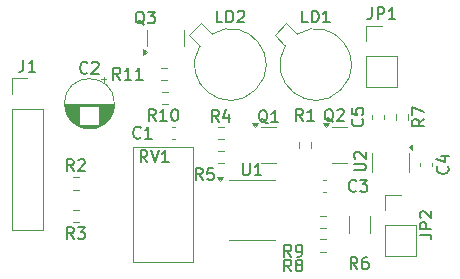
<source format=gbr>
%TF.GenerationSoftware,KiCad,Pcbnew,8.0.8*%
%TF.CreationDate,2025-02-06T15:12:14+01:00*%
%TF.ProjectId,mini-laser-driver,6d696e69-2d6c-4617-9365-722d64726976,rev?*%
%TF.SameCoordinates,Original*%
%TF.FileFunction,Legend,Top*%
%TF.FilePolarity,Positive*%
%FSLAX46Y46*%
G04 Gerber Fmt 4.6, Leading zero omitted, Abs format (unit mm)*
G04 Created by KiCad (PCBNEW 8.0.8) date 2025-02-06 15:12:14*
%MOMM*%
%LPD*%
G01*
G04 APERTURE LIST*
%ADD10C,0.150000*%
%ADD11C,0.120000*%
G04 APERTURE END LIST*
D10*
X610666666Y-33799819D02*
X610666666Y-34514104D01*
X610666666Y-34514104D02*
X610619047Y-34656961D01*
X610619047Y-34656961D02*
X610523809Y-34752200D01*
X610523809Y-34752200D02*
X610380952Y-34799819D01*
X610380952Y-34799819D02*
X610285714Y-34799819D01*
X611666666Y-34799819D02*
X611095238Y-34799819D01*
X611380952Y-34799819D02*
X611380952Y-33799819D01*
X611380952Y-33799819D02*
X611285714Y-33942676D01*
X611285714Y-33942676D02*
X611190476Y-34037914D01*
X611190476Y-34037914D02*
X611095238Y-34085533D01*
X614920833Y-48954819D02*
X614587500Y-48478628D01*
X614349405Y-48954819D02*
X614349405Y-47954819D01*
X614349405Y-47954819D02*
X614730357Y-47954819D01*
X614730357Y-47954819D02*
X614825595Y-48002438D01*
X614825595Y-48002438D02*
X614873214Y-48050057D01*
X614873214Y-48050057D02*
X614920833Y-48145295D01*
X614920833Y-48145295D02*
X614920833Y-48288152D01*
X614920833Y-48288152D02*
X614873214Y-48383390D01*
X614873214Y-48383390D02*
X614825595Y-48431009D01*
X614825595Y-48431009D02*
X614730357Y-48478628D01*
X614730357Y-48478628D02*
X614349405Y-48478628D01*
X615254167Y-47954819D02*
X615873214Y-47954819D01*
X615873214Y-47954819D02*
X615539881Y-48335771D01*
X615539881Y-48335771D02*
X615682738Y-48335771D01*
X615682738Y-48335771D02*
X615777976Y-48383390D01*
X615777976Y-48383390D02*
X615825595Y-48431009D01*
X615825595Y-48431009D02*
X615873214Y-48526247D01*
X615873214Y-48526247D02*
X615873214Y-48764342D01*
X615873214Y-48764342D02*
X615825595Y-48859580D01*
X615825595Y-48859580D02*
X615777976Y-48907200D01*
X615777976Y-48907200D02*
X615682738Y-48954819D01*
X615682738Y-48954819D02*
X615397024Y-48954819D01*
X615397024Y-48954819D02*
X615301786Y-48907200D01*
X615301786Y-48907200D02*
X615254167Y-48859580D01*
X638933333Y-51504819D02*
X638600000Y-51028628D01*
X638361905Y-51504819D02*
X638361905Y-50504819D01*
X638361905Y-50504819D02*
X638742857Y-50504819D01*
X638742857Y-50504819D02*
X638838095Y-50552438D01*
X638838095Y-50552438D02*
X638885714Y-50600057D01*
X638885714Y-50600057D02*
X638933333Y-50695295D01*
X638933333Y-50695295D02*
X638933333Y-50838152D01*
X638933333Y-50838152D02*
X638885714Y-50933390D01*
X638885714Y-50933390D02*
X638838095Y-50981009D01*
X638838095Y-50981009D02*
X638742857Y-51028628D01*
X638742857Y-51028628D02*
X638361905Y-51028628D01*
X639790476Y-50504819D02*
X639600000Y-50504819D01*
X639600000Y-50504819D02*
X639504762Y-50552438D01*
X639504762Y-50552438D02*
X639457143Y-50600057D01*
X639457143Y-50600057D02*
X639361905Y-50742914D01*
X639361905Y-50742914D02*
X639314286Y-50933390D01*
X639314286Y-50933390D02*
X639314286Y-51314342D01*
X639314286Y-51314342D02*
X639361905Y-51409580D01*
X639361905Y-51409580D02*
X639409524Y-51457200D01*
X639409524Y-51457200D02*
X639504762Y-51504819D01*
X639504762Y-51504819D02*
X639695238Y-51504819D01*
X639695238Y-51504819D02*
X639790476Y-51457200D01*
X639790476Y-51457200D02*
X639838095Y-51409580D01*
X639838095Y-51409580D02*
X639885714Y-51314342D01*
X639885714Y-51314342D02*
X639885714Y-51076247D01*
X639885714Y-51076247D02*
X639838095Y-50981009D01*
X639838095Y-50981009D02*
X639790476Y-50933390D01*
X639790476Y-50933390D02*
X639695238Y-50885771D01*
X639695238Y-50885771D02*
X639504762Y-50885771D01*
X639504762Y-50885771D02*
X639409524Y-50933390D01*
X639409524Y-50933390D02*
X639361905Y-50981009D01*
X639361905Y-50981009D02*
X639314286Y-51076247D01*
X621857142Y-38954819D02*
X621523809Y-38478628D01*
X621285714Y-38954819D02*
X621285714Y-37954819D01*
X621285714Y-37954819D02*
X621666666Y-37954819D01*
X621666666Y-37954819D02*
X621761904Y-38002438D01*
X621761904Y-38002438D02*
X621809523Y-38050057D01*
X621809523Y-38050057D02*
X621857142Y-38145295D01*
X621857142Y-38145295D02*
X621857142Y-38288152D01*
X621857142Y-38288152D02*
X621809523Y-38383390D01*
X621809523Y-38383390D02*
X621761904Y-38431009D01*
X621761904Y-38431009D02*
X621666666Y-38478628D01*
X621666666Y-38478628D02*
X621285714Y-38478628D01*
X622809523Y-38954819D02*
X622238095Y-38954819D01*
X622523809Y-38954819D02*
X622523809Y-37954819D01*
X622523809Y-37954819D02*
X622428571Y-38097676D01*
X622428571Y-38097676D02*
X622333333Y-38192914D01*
X622333333Y-38192914D02*
X622238095Y-38240533D01*
X623428571Y-37954819D02*
X623523809Y-37954819D01*
X623523809Y-37954819D02*
X623619047Y-38002438D01*
X623619047Y-38002438D02*
X623666666Y-38050057D01*
X623666666Y-38050057D02*
X623714285Y-38145295D01*
X623714285Y-38145295D02*
X623761904Y-38335771D01*
X623761904Y-38335771D02*
X623761904Y-38573866D01*
X623761904Y-38573866D02*
X623714285Y-38764342D01*
X623714285Y-38764342D02*
X623666666Y-38859580D01*
X623666666Y-38859580D02*
X623619047Y-38907200D01*
X623619047Y-38907200D02*
X623523809Y-38954819D01*
X623523809Y-38954819D02*
X623428571Y-38954819D01*
X623428571Y-38954819D02*
X623333333Y-38907200D01*
X623333333Y-38907200D02*
X623285714Y-38859580D01*
X623285714Y-38859580D02*
X623238095Y-38764342D01*
X623238095Y-38764342D02*
X623190476Y-38573866D01*
X623190476Y-38573866D02*
X623190476Y-38335771D01*
X623190476Y-38335771D02*
X623238095Y-38145295D01*
X623238095Y-38145295D02*
X623285714Y-38050057D01*
X623285714Y-38050057D02*
X623333333Y-38002438D01*
X623333333Y-38002438D02*
X623428571Y-37954819D01*
X618857142Y-35454819D02*
X618523809Y-34978628D01*
X618285714Y-35454819D02*
X618285714Y-34454819D01*
X618285714Y-34454819D02*
X618666666Y-34454819D01*
X618666666Y-34454819D02*
X618761904Y-34502438D01*
X618761904Y-34502438D02*
X618809523Y-34550057D01*
X618809523Y-34550057D02*
X618857142Y-34645295D01*
X618857142Y-34645295D02*
X618857142Y-34788152D01*
X618857142Y-34788152D02*
X618809523Y-34883390D01*
X618809523Y-34883390D02*
X618761904Y-34931009D01*
X618761904Y-34931009D02*
X618666666Y-34978628D01*
X618666666Y-34978628D02*
X618285714Y-34978628D01*
X619809523Y-35454819D02*
X619238095Y-35454819D01*
X619523809Y-35454819D02*
X619523809Y-34454819D01*
X619523809Y-34454819D02*
X619428571Y-34597676D01*
X619428571Y-34597676D02*
X619333333Y-34692914D01*
X619333333Y-34692914D02*
X619238095Y-34740533D01*
X620761904Y-35454819D02*
X620190476Y-35454819D01*
X620476190Y-35454819D02*
X620476190Y-34454819D01*
X620476190Y-34454819D02*
X620380952Y-34597676D01*
X620380952Y-34597676D02*
X620285714Y-34692914D01*
X620285714Y-34692914D02*
X620190476Y-34740533D01*
X616083333Y-34859580D02*
X616035714Y-34907200D01*
X616035714Y-34907200D02*
X615892857Y-34954819D01*
X615892857Y-34954819D02*
X615797619Y-34954819D01*
X615797619Y-34954819D02*
X615654762Y-34907200D01*
X615654762Y-34907200D02*
X615559524Y-34811961D01*
X615559524Y-34811961D02*
X615511905Y-34716723D01*
X615511905Y-34716723D02*
X615464286Y-34526247D01*
X615464286Y-34526247D02*
X615464286Y-34383390D01*
X615464286Y-34383390D02*
X615511905Y-34192914D01*
X615511905Y-34192914D02*
X615559524Y-34097676D01*
X615559524Y-34097676D02*
X615654762Y-34002438D01*
X615654762Y-34002438D02*
X615797619Y-33954819D01*
X615797619Y-33954819D02*
X615892857Y-33954819D01*
X615892857Y-33954819D02*
X616035714Y-34002438D01*
X616035714Y-34002438D02*
X616083333Y-34050057D01*
X616464286Y-34050057D02*
X616511905Y-34002438D01*
X616511905Y-34002438D02*
X616607143Y-33954819D01*
X616607143Y-33954819D02*
X616845238Y-33954819D01*
X616845238Y-33954819D02*
X616940476Y-34002438D01*
X616940476Y-34002438D02*
X616988095Y-34050057D01*
X616988095Y-34050057D02*
X617035714Y-34145295D01*
X617035714Y-34145295D02*
X617035714Y-34240533D01*
X617035714Y-34240533D02*
X616988095Y-34383390D01*
X616988095Y-34383390D02*
X616416667Y-34954819D01*
X616416667Y-34954819D02*
X617035714Y-34954819D01*
X625833333Y-43954819D02*
X625500000Y-43478628D01*
X625261905Y-43954819D02*
X625261905Y-42954819D01*
X625261905Y-42954819D02*
X625642857Y-42954819D01*
X625642857Y-42954819D02*
X625738095Y-43002438D01*
X625738095Y-43002438D02*
X625785714Y-43050057D01*
X625785714Y-43050057D02*
X625833333Y-43145295D01*
X625833333Y-43145295D02*
X625833333Y-43288152D01*
X625833333Y-43288152D02*
X625785714Y-43383390D01*
X625785714Y-43383390D02*
X625738095Y-43431009D01*
X625738095Y-43431009D02*
X625642857Y-43478628D01*
X625642857Y-43478628D02*
X625261905Y-43478628D01*
X626738095Y-42954819D02*
X626261905Y-42954819D01*
X626261905Y-42954819D02*
X626214286Y-43431009D01*
X626214286Y-43431009D02*
X626261905Y-43383390D01*
X626261905Y-43383390D02*
X626357143Y-43335771D01*
X626357143Y-43335771D02*
X626595238Y-43335771D01*
X626595238Y-43335771D02*
X626690476Y-43383390D01*
X626690476Y-43383390D02*
X626738095Y-43431009D01*
X626738095Y-43431009D02*
X626785714Y-43526247D01*
X626785714Y-43526247D02*
X626785714Y-43764342D01*
X626785714Y-43764342D02*
X626738095Y-43859580D01*
X626738095Y-43859580D02*
X626690476Y-43907200D01*
X626690476Y-43907200D02*
X626595238Y-43954819D01*
X626595238Y-43954819D02*
X626357143Y-43954819D01*
X626357143Y-43954819D02*
X626261905Y-43907200D01*
X626261905Y-43907200D02*
X626214286Y-43859580D01*
X638833333Y-44859580D02*
X638785714Y-44907200D01*
X638785714Y-44907200D02*
X638642857Y-44954819D01*
X638642857Y-44954819D02*
X638547619Y-44954819D01*
X638547619Y-44954819D02*
X638404762Y-44907200D01*
X638404762Y-44907200D02*
X638309524Y-44811961D01*
X638309524Y-44811961D02*
X638261905Y-44716723D01*
X638261905Y-44716723D02*
X638214286Y-44526247D01*
X638214286Y-44526247D02*
X638214286Y-44383390D01*
X638214286Y-44383390D02*
X638261905Y-44192914D01*
X638261905Y-44192914D02*
X638309524Y-44097676D01*
X638309524Y-44097676D02*
X638404762Y-44002438D01*
X638404762Y-44002438D02*
X638547619Y-43954819D01*
X638547619Y-43954819D02*
X638642857Y-43954819D01*
X638642857Y-43954819D02*
X638785714Y-44002438D01*
X638785714Y-44002438D02*
X638833333Y-44050057D01*
X639166667Y-43954819D02*
X639785714Y-43954819D01*
X639785714Y-43954819D02*
X639452381Y-44335771D01*
X639452381Y-44335771D02*
X639595238Y-44335771D01*
X639595238Y-44335771D02*
X639690476Y-44383390D01*
X639690476Y-44383390D02*
X639738095Y-44431009D01*
X639738095Y-44431009D02*
X639785714Y-44526247D01*
X639785714Y-44526247D02*
X639785714Y-44764342D01*
X639785714Y-44764342D02*
X639738095Y-44859580D01*
X639738095Y-44859580D02*
X639690476Y-44907200D01*
X639690476Y-44907200D02*
X639595238Y-44954819D01*
X639595238Y-44954819D02*
X639309524Y-44954819D01*
X639309524Y-44954819D02*
X639214286Y-44907200D01*
X639214286Y-44907200D02*
X639166667Y-44859580D01*
X646569580Y-42804166D02*
X646617200Y-42851785D01*
X646617200Y-42851785D02*
X646664819Y-42994642D01*
X646664819Y-42994642D02*
X646664819Y-43089880D01*
X646664819Y-43089880D02*
X646617200Y-43232737D01*
X646617200Y-43232737D02*
X646521961Y-43327975D01*
X646521961Y-43327975D02*
X646426723Y-43375594D01*
X646426723Y-43375594D02*
X646236247Y-43423213D01*
X646236247Y-43423213D02*
X646093390Y-43423213D01*
X646093390Y-43423213D02*
X645902914Y-43375594D01*
X645902914Y-43375594D02*
X645807676Y-43327975D01*
X645807676Y-43327975D02*
X645712438Y-43232737D01*
X645712438Y-43232737D02*
X645664819Y-43089880D01*
X645664819Y-43089880D02*
X645664819Y-42994642D01*
X645664819Y-42994642D02*
X645712438Y-42851785D01*
X645712438Y-42851785D02*
X645760057Y-42804166D01*
X645998152Y-41947023D02*
X646664819Y-41947023D01*
X645617200Y-42185118D02*
X646331485Y-42423213D01*
X646331485Y-42423213D02*
X646331485Y-41804166D01*
X638664819Y-43149404D02*
X639474342Y-43149404D01*
X639474342Y-43149404D02*
X639569580Y-43101785D01*
X639569580Y-43101785D02*
X639617200Y-43054166D01*
X639617200Y-43054166D02*
X639664819Y-42958928D01*
X639664819Y-42958928D02*
X639664819Y-42768452D01*
X639664819Y-42768452D02*
X639617200Y-42673214D01*
X639617200Y-42673214D02*
X639569580Y-42625595D01*
X639569580Y-42625595D02*
X639474342Y-42577976D01*
X639474342Y-42577976D02*
X638664819Y-42577976D01*
X638760057Y-42149404D02*
X638712438Y-42101785D01*
X638712438Y-42101785D02*
X638664819Y-42006547D01*
X638664819Y-42006547D02*
X638664819Y-41768452D01*
X638664819Y-41768452D02*
X638712438Y-41673214D01*
X638712438Y-41673214D02*
X638760057Y-41625595D01*
X638760057Y-41625595D02*
X638855295Y-41577976D01*
X638855295Y-41577976D02*
X638950533Y-41577976D01*
X638950533Y-41577976D02*
X639093390Y-41625595D01*
X639093390Y-41625595D02*
X639664819Y-42197023D01*
X639664819Y-42197023D02*
X639664819Y-41577976D01*
X627195833Y-39024819D02*
X626862500Y-38548628D01*
X626624405Y-39024819D02*
X626624405Y-38024819D01*
X626624405Y-38024819D02*
X627005357Y-38024819D01*
X627005357Y-38024819D02*
X627100595Y-38072438D01*
X627100595Y-38072438D02*
X627148214Y-38120057D01*
X627148214Y-38120057D02*
X627195833Y-38215295D01*
X627195833Y-38215295D02*
X627195833Y-38358152D01*
X627195833Y-38358152D02*
X627148214Y-38453390D01*
X627148214Y-38453390D02*
X627100595Y-38501009D01*
X627100595Y-38501009D02*
X627005357Y-38548628D01*
X627005357Y-38548628D02*
X626624405Y-38548628D01*
X628052976Y-38358152D02*
X628052976Y-39024819D01*
X627814881Y-37977200D02*
X627576786Y-38691485D01*
X627576786Y-38691485D02*
X628195833Y-38691485D01*
X633333333Y-51704819D02*
X633000000Y-51228628D01*
X632761905Y-51704819D02*
X632761905Y-50704819D01*
X632761905Y-50704819D02*
X633142857Y-50704819D01*
X633142857Y-50704819D02*
X633238095Y-50752438D01*
X633238095Y-50752438D02*
X633285714Y-50800057D01*
X633285714Y-50800057D02*
X633333333Y-50895295D01*
X633333333Y-50895295D02*
X633333333Y-51038152D01*
X633333333Y-51038152D02*
X633285714Y-51133390D01*
X633285714Y-51133390D02*
X633238095Y-51181009D01*
X633238095Y-51181009D02*
X633142857Y-51228628D01*
X633142857Y-51228628D02*
X632761905Y-51228628D01*
X633904762Y-51133390D02*
X633809524Y-51085771D01*
X633809524Y-51085771D02*
X633761905Y-51038152D01*
X633761905Y-51038152D02*
X633714286Y-50942914D01*
X633714286Y-50942914D02*
X633714286Y-50895295D01*
X633714286Y-50895295D02*
X633761905Y-50800057D01*
X633761905Y-50800057D02*
X633809524Y-50752438D01*
X633809524Y-50752438D02*
X633904762Y-50704819D01*
X633904762Y-50704819D02*
X634095238Y-50704819D01*
X634095238Y-50704819D02*
X634190476Y-50752438D01*
X634190476Y-50752438D02*
X634238095Y-50800057D01*
X634238095Y-50800057D02*
X634285714Y-50895295D01*
X634285714Y-50895295D02*
X634285714Y-50942914D01*
X634285714Y-50942914D02*
X634238095Y-51038152D01*
X634238095Y-51038152D02*
X634190476Y-51085771D01*
X634190476Y-51085771D02*
X634095238Y-51133390D01*
X634095238Y-51133390D02*
X633904762Y-51133390D01*
X633904762Y-51133390D02*
X633809524Y-51181009D01*
X633809524Y-51181009D02*
X633761905Y-51228628D01*
X633761905Y-51228628D02*
X633714286Y-51323866D01*
X633714286Y-51323866D02*
X633714286Y-51514342D01*
X633714286Y-51514342D02*
X633761905Y-51609580D01*
X633761905Y-51609580D02*
X633809524Y-51657200D01*
X633809524Y-51657200D02*
X633904762Y-51704819D01*
X633904762Y-51704819D02*
X634095238Y-51704819D01*
X634095238Y-51704819D02*
X634190476Y-51657200D01*
X634190476Y-51657200D02*
X634238095Y-51609580D01*
X634238095Y-51609580D02*
X634285714Y-51514342D01*
X634285714Y-51514342D02*
X634285714Y-51323866D01*
X634285714Y-51323866D02*
X634238095Y-51228628D01*
X634238095Y-51228628D02*
X634190476Y-51181009D01*
X634190476Y-51181009D02*
X634095238Y-51133390D01*
X636904761Y-39050057D02*
X636809523Y-39002438D01*
X636809523Y-39002438D02*
X636714285Y-38907200D01*
X636714285Y-38907200D02*
X636571428Y-38764342D01*
X636571428Y-38764342D02*
X636476190Y-38716723D01*
X636476190Y-38716723D02*
X636380952Y-38716723D01*
X636428571Y-38954819D02*
X636333333Y-38907200D01*
X636333333Y-38907200D02*
X636238095Y-38811961D01*
X636238095Y-38811961D02*
X636190476Y-38621485D01*
X636190476Y-38621485D02*
X636190476Y-38288152D01*
X636190476Y-38288152D02*
X636238095Y-38097676D01*
X636238095Y-38097676D02*
X636333333Y-38002438D01*
X636333333Y-38002438D02*
X636428571Y-37954819D01*
X636428571Y-37954819D02*
X636619047Y-37954819D01*
X636619047Y-37954819D02*
X636714285Y-38002438D01*
X636714285Y-38002438D02*
X636809523Y-38097676D01*
X636809523Y-38097676D02*
X636857142Y-38288152D01*
X636857142Y-38288152D02*
X636857142Y-38621485D01*
X636857142Y-38621485D02*
X636809523Y-38811961D01*
X636809523Y-38811961D02*
X636714285Y-38907200D01*
X636714285Y-38907200D02*
X636619047Y-38954819D01*
X636619047Y-38954819D02*
X636428571Y-38954819D01*
X637238095Y-38050057D02*
X637285714Y-38002438D01*
X637285714Y-38002438D02*
X637380952Y-37954819D01*
X637380952Y-37954819D02*
X637619047Y-37954819D01*
X637619047Y-37954819D02*
X637714285Y-38002438D01*
X637714285Y-38002438D02*
X637761904Y-38050057D01*
X637761904Y-38050057D02*
X637809523Y-38145295D01*
X637809523Y-38145295D02*
X637809523Y-38240533D01*
X637809523Y-38240533D02*
X637761904Y-38383390D01*
X637761904Y-38383390D02*
X637190476Y-38954819D01*
X637190476Y-38954819D02*
X637809523Y-38954819D01*
X644594819Y-38804166D02*
X644118628Y-39137499D01*
X644594819Y-39375594D02*
X643594819Y-39375594D01*
X643594819Y-39375594D02*
X643594819Y-38994642D01*
X643594819Y-38994642D02*
X643642438Y-38899404D01*
X643642438Y-38899404D02*
X643690057Y-38851785D01*
X643690057Y-38851785D02*
X643785295Y-38804166D01*
X643785295Y-38804166D02*
X643928152Y-38804166D01*
X643928152Y-38804166D02*
X644023390Y-38851785D01*
X644023390Y-38851785D02*
X644071009Y-38899404D01*
X644071009Y-38899404D02*
X644118628Y-38994642D01*
X644118628Y-38994642D02*
X644118628Y-39375594D01*
X643594819Y-38470832D02*
X643594819Y-37804166D01*
X643594819Y-37804166D02*
X644594819Y-38232737D01*
X614920833Y-43204819D02*
X614587500Y-42728628D01*
X614349405Y-43204819D02*
X614349405Y-42204819D01*
X614349405Y-42204819D02*
X614730357Y-42204819D01*
X614730357Y-42204819D02*
X614825595Y-42252438D01*
X614825595Y-42252438D02*
X614873214Y-42300057D01*
X614873214Y-42300057D02*
X614920833Y-42395295D01*
X614920833Y-42395295D02*
X614920833Y-42538152D01*
X614920833Y-42538152D02*
X614873214Y-42633390D01*
X614873214Y-42633390D02*
X614825595Y-42681009D01*
X614825595Y-42681009D02*
X614730357Y-42728628D01*
X614730357Y-42728628D02*
X614349405Y-42728628D01*
X615301786Y-42300057D02*
X615349405Y-42252438D01*
X615349405Y-42252438D02*
X615444643Y-42204819D01*
X615444643Y-42204819D02*
X615682738Y-42204819D01*
X615682738Y-42204819D02*
X615777976Y-42252438D01*
X615777976Y-42252438D02*
X615825595Y-42300057D01*
X615825595Y-42300057D02*
X615873214Y-42395295D01*
X615873214Y-42395295D02*
X615873214Y-42490533D01*
X615873214Y-42490533D02*
X615825595Y-42633390D01*
X615825595Y-42633390D02*
X615254167Y-43204819D01*
X615254167Y-43204819D02*
X615873214Y-43204819D01*
X634748057Y-30619543D02*
X634271867Y-30619543D01*
X634271867Y-30619543D02*
X634271867Y-29619543D01*
X635081391Y-30619543D02*
X635081391Y-29619543D01*
X635081391Y-29619543D02*
X635319486Y-29619543D01*
X635319486Y-29619543D02*
X635462343Y-29667162D01*
X635462343Y-29667162D02*
X635557581Y-29762400D01*
X635557581Y-29762400D02*
X635605200Y-29857638D01*
X635605200Y-29857638D02*
X635652819Y-30048114D01*
X635652819Y-30048114D02*
X635652819Y-30190971D01*
X635652819Y-30190971D02*
X635605200Y-30381447D01*
X635605200Y-30381447D02*
X635557581Y-30476685D01*
X635557581Y-30476685D02*
X635462343Y-30571924D01*
X635462343Y-30571924D02*
X635319486Y-30619543D01*
X635319486Y-30619543D02*
X635081391Y-30619543D01*
X636605200Y-30619543D02*
X636033772Y-30619543D01*
X636319486Y-30619543D02*
X636319486Y-29619543D01*
X636319486Y-29619543D02*
X636224248Y-29762400D01*
X636224248Y-29762400D02*
X636129010Y-29857638D01*
X636129010Y-29857638D02*
X636033772Y-29905257D01*
X631329761Y-39150057D02*
X631234523Y-39102438D01*
X631234523Y-39102438D02*
X631139285Y-39007200D01*
X631139285Y-39007200D02*
X630996428Y-38864342D01*
X630996428Y-38864342D02*
X630901190Y-38816723D01*
X630901190Y-38816723D02*
X630805952Y-38816723D01*
X630853571Y-39054819D02*
X630758333Y-39007200D01*
X630758333Y-39007200D02*
X630663095Y-38911961D01*
X630663095Y-38911961D02*
X630615476Y-38721485D01*
X630615476Y-38721485D02*
X630615476Y-38388152D01*
X630615476Y-38388152D02*
X630663095Y-38197676D01*
X630663095Y-38197676D02*
X630758333Y-38102438D01*
X630758333Y-38102438D02*
X630853571Y-38054819D01*
X630853571Y-38054819D02*
X631044047Y-38054819D01*
X631044047Y-38054819D02*
X631139285Y-38102438D01*
X631139285Y-38102438D02*
X631234523Y-38197676D01*
X631234523Y-38197676D02*
X631282142Y-38388152D01*
X631282142Y-38388152D02*
X631282142Y-38721485D01*
X631282142Y-38721485D02*
X631234523Y-38911961D01*
X631234523Y-38911961D02*
X631139285Y-39007200D01*
X631139285Y-39007200D02*
X631044047Y-39054819D01*
X631044047Y-39054819D02*
X630853571Y-39054819D01*
X632234523Y-39054819D02*
X631663095Y-39054819D01*
X631948809Y-39054819D02*
X631948809Y-38054819D01*
X631948809Y-38054819D02*
X631853571Y-38197676D01*
X631853571Y-38197676D02*
X631758333Y-38292914D01*
X631758333Y-38292914D02*
X631663095Y-38340533D01*
X640166666Y-29349819D02*
X640166666Y-30064104D01*
X640166666Y-30064104D02*
X640119047Y-30206961D01*
X640119047Y-30206961D02*
X640023809Y-30302200D01*
X640023809Y-30302200D02*
X639880952Y-30349819D01*
X639880952Y-30349819D02*
X639785714Y-30349819D01*
X640642857Y-30349819D02*
X640642857Y-29349819D01*
X640642857Y-29349819D02*
X641023809Y-29349819D01*
X641023809Y-29349819D02*
X641119047Y-29397438D01*
X641119047Y-29397438D02*
X641166666Y-29445057D01*
X641166666Y-29445057D02*
X641214285Y-29540295D01*
X641214285Y-29540295D02*
X641214285Y-29683152D01*
X641214285Y-29683152D02*
X641166666Y-29778390D01*
X641166666Y-29778390D02*
X641119047Y-29826009D01*
X641119047Y-29826009D02*
X641023809Y-29873628D01*
X641023809Y-29873628D02*
X640642857Y-29873628D01*
X642166666Y-30349819D02*
X641595238Y-30349819D01*
X641880952Y-30349819D02*
X641880952Y-29349819D01*
X641880952Y-29349819D02*
X641785714Y-29492676D01*
X641785714Y-29492676D02*
X641690476Y-29587914D01*
X641690476Y-29587914D02*
X641595238Y-29635533D01*
X620904761Y-30800057D02*
X620809523Y-30752438D01*
X620809523Y-30752438D02*
X620714285Y-30657200D01*
X620714285Y-30657200D02*
X620571428Y-30514342D01*
X620571428Y-30514342D02*
X620476190Y-30466723D01*
X620476190Y-30466723D02*
X620380952Y-30466723D01*
X620428571Y-30704819D02*
X620333333Y-30657200D01*
X620333333Y-30657200D02*
X620238095Y-30561961D01*
X620238095Y-30561961D02*
X620190476Y-30371485D01*
X620190476Y-30371485D02*
X620190476Y-30038152D01*
X620190476Y-30038152D02*
X620238095Y-29847676D01*
X620238095Y-29847676D02*
X620333333Y-29752438D01*
X620333333Y-29752438D02*
X620428571Y-29704819D01*
X620428571Y-29704819D02*
X620619047Y-29704819D01*
X620619047Y-29704819D02*
X620714285Y-29752438D01*
X620714285Y-29752438D02*
X620809523Y-29847676D01*
X620809523Y-29847676D02*
X620857142Y-30038152D01*
X620857142Y-30038152D02*
X620857142Y-30371485D01*
X620857142Y-30371485D02*
X620809523Y-30561961D01*
X620809523Y-30561961D02*
X620714285Y-30657200D01*
X620714285Y-30657200D02*
X620619047Y-30704819D01*
X620619047Y-30704819D02*
X620428571Y-30704819D01*
X621190476Y-29704819D02*
X621809523Y-29704819D01*
X621809523Y-29704819D02*
X621476190Y-30085771D01*
X621476190Y-30085771D02*
X621619047Y-30085771D01*
X621619047Y-30085771D02*
X621714285Y-30133390D01*
X621714285Y-30133390D02*
X621761904Y-30181009D01*
X621761904Y-30181009D02*
X621809523Y-30276247D01*
X621809523Y-30276247D02*
X621809523Y-30514342D01*
X621809523Y-30514342D02*
X621761904Y-30609580D01*
X621761904Y-30609580D02*
X621714285Y-30657200D01*
X621714285Y-30657200D02*
X621619047Y-30704819D01*
X621619047Y-30704819D02*
X621333333Y-30704819D01*
X621333333Y-30704819D02*
X621238095Y-30657200D01*
X621238095Y-30657200D02*
X621190476Y-30609580D01*
X634333333Y-38954819D02*
X634000000Y-38478628D01*
X633761905Y-38954819D02*
X633761905Y-37954819D01*
X633761905Y-37954819D02*
X634142857Y-37954819D01*
X634142857Y-37954819D02*
X634238095Y-38002438D01*
X634238095Y-38002438D02*
X634285714Y-38050057D01*
X634285714Y-38050057D02*
X634333333Y-38145295D01*
X634333333Y-38145295D02*
X634333333Y-38288152D01*
X634333333Y-38288152D02*
X634285714Y-38383390D01*
X634285714Y-38383390D02*
X634238095Y-38431009D01*
X634238095Y-38431009D02*
X634142857Y-38478628D01*
X634142857Y-38478628D02*
X633761905Y-38478628D01*
X635285714Y-38954819D02*
X634714286Y-38954819D01*
X635000000Y-38954819D02*
X635000000Y-37954819D01*
X635000000Y-37954819D02*
X634904762Y-38097676D01*
X634904762Y-38097676D02*
X634809524Y-38192914D01*
X634809524Y-38192914D02*
X634714286Y-38240533D01*
X644204819Y-48583333D02*
X644919104Y-48583333D01*
X644919104Y-48583333D02*
X645061961Y-48630952D01*
X645061961Y-48630952D02*
X645157200Y-48726190D01*
X645157200Y-48726190D02*
X645204819Y-48869047D01*
X645204819Y-48869047D02*
X645204819Y-48964285D01*
X645204819Y-48107142D02*
X644204819Y-48107142D01*
X644204819Y-48107142D02*
X644204819Y-47726190D01*
X644204819Y-47726190D02*
X644252438Y-47630952D01*
X644252438Y-47630952D02*
X644300057Y-47583333D01*
X644300057Y-47583333D02*
X644395295Y-47535714D01*
X644395295Y-47535714D02*
X644538152Y-47535714D01*
X644538152Y-47535714D02*
X644633390Y-47583333D01*
X644633390Y-47583333D02*
X644681009Y-47630952D01*
X644681009Y-47630952D02*
X644728628Y-47726190D01*
X644728628Y-47726190D02*
X644728628Y-48107142D01*
X644300057Y-47154761D02*
X644252438Y-47107142D01*
X644252438Y-47107142D02*
X644204819Y-47011904D01*
X644204819Y-47011904D02*
X644204819Y-46773809D01*
X644204819Y-46773809D02*
X644252438Y-46678571D01*
X644252438Y-46678571D02*
X644300057Y-46630952D01*
X644300057Y-46630952D02*
X644395295Y-46583333D01*
X644395295Y-46583333D02*
X644490533Y-46583333D01*
X644490533Y-46583333D02*
X644633390Y-46630952D01*
X644633390Y-46630952D02*
X645204819Y-47202380D01*
X645204819Y-47202380D02*
X645204819Y-46583333D01*
X620583333Y-40359580D02*
X620535714Y-40407200D01*
X620535714Y-40407200D02*
X620392857Y-40454819D01*
X620392857Y-40454819D02*
X620297619Y-40454819D01*
X620297619Y-40454819D02*
X620154762Y-40407200D01*
X620154762Y-40407200D02*
X620059524Y-40311961D01*
X620059524Y-40311961D02*
X620011905Y-40216723D01*
X620011905Y-40216723D02*
X619964286Y-40026247D01*
X619964286Y-40026247D02*
X619964286Y-39883390D01*
X619964286Y-39883390D02*
X620011905Y-39692914D01*
X620011905Y-39692914D02*
X620059524Y-39597676D01*
X620059524Y-39597676D02*
X620154762Y-39502438D01*
X620154762Y-39502438D02*
X620297619Y-39454819D01*
X620297619Y-39454819D02*
X620392857Y-39454819D01*
X620392857Y-39454819D02*
X620535714Y-39502438D01*
X620535714Y-39502438D02*
X620583333Y-39550057D01*
X621535714Y-40454819D02*
X620964286Y-40454819D01*
X621250000Y-40454819D02*
X621250000Y-39454819D01*
X621250000Y-39454819D02*
X621154762Y-39597676D01*
X621154762Y-39597676D02*
X621059524Y-39692914D01*
X621059524Y-39692914D02*
X620964286Y-39740533D01*
X621154761Y-42454819D02*
X620821428Y-41978628D01*
X620583333Y-42454819D02*
X620583333Y-41454819D01*
X620583333Y-41454819D02*
X620964285Y-41454819D01*
X620964285Y-41454819D02*
X621059523Y-41502438D01*
X621059523Y-41502438D02*
X621107142Y-41550057D01*
X621107142Y-41550057D02*
X621154761Y-41645295D01*
X621154761Y-41645295D02*
X621154761Y-41788152D01*
X621154761Y-41788152D02*
X621107142Y-41883390D01*
X621107142Y-41883390D02*
X621059523Y-41931009D01*
X621059523Y-41931009D02*
X620964285Y-41978628D01*
X620964285Y-41978628D02*
X620583333Y-41978628D01*
X621440476Y-41454819D02*
X621773809Y-42454819D01*
X621773809Y-42454819D02*
X622107142Y-41454819D01*
X622964285Y-42454819D02*
X622392857Y-42454819D01*
X622678571Y-42454819D02*
X622678571Y-41454819D01*
X622678571Y-41454819D02*
X622583333Y-41597676D01*
X622583333Y-41597676D02*
X622488095Y-41692914D01*
X622488095Y-41692914D02*
X622392857Y-41740533D01*
X627518057Y-30619543D02*
X627041867Y-30619543D01*
X627041867Y-30619543D02*
X627041867Y-29619543D01*
X627851391Y-30619543D02*
X627851391Y-29619543D01*
X627851391Y-29619543D02*
X628089486Y-29619543D01*
X628089486Y-29619543D02*
X628232343Y-29667162D01*
X628232343Y-29667162D02*
X628327581Y-29762400D01*
X628327581Y-29762400D02*
X628375200Y-29857638D01*
X628375200Y-29857638D02*
X628422819Y-30048114D01*
X628422819Y-30048114D02*
X628422819Y-30190971D01*
X628422819Y-30190971D02*
X628375200Y-30381447D01*
X628375200Y-30381447D02*
X628327581Y-30476685D01*
X628327581Y-30476685D02*
X628232343Y-30571924D01*
X628232343Y-30571924D02*
X628089486Y-30619543D01*
X628089486Y-30619543D02*
X627851391Y-30619543D01*
X628803772Y-29714781D02*
X628851391Y-29667162D01*
X628851391Y-29667162D02*
X628946629Y-29619543D01*
X628946629Y-29619543D02*
X629184724Y-29619543D01*
X629184724Y-29619543D02*
X629279962Y-29667162D01*
X629279962Y-29667162D02*
X629327581Y-29714781D01*
X629327581Y-29714781D02*
X629375200Y-29810019D01*
X629375200Y-29810019D02*
X629375200Y-29905257D01*
X629375200Y-29905257D02*
X629327581Y-30048114D01*
X629327581Y-30048114D02*
X628756153Y-30619543D01*
X628756153Y-30619543D02*
X629375200Y-30619543D01*
X629238095Y-42554819D02*
X629238095Y-43364342D01*
X629238095Y-43364342D02*
X629285714Y-43459580D01*
X629285714Y-43459580D02*
X629333333Y-43507200D01*
X629333333Y-43507200D02*
X629428571Y-43554819D01*
X629428571Y-43554819D02*
X629619047Y-43554819D01*
X629619047Y-43554819D02*
X629714285Y-43507200D01*
X629714285Y-43507200D02*
X629761904Y-43459580D01*
X629761904Y-43459580D02*
X629809523Y-43364342D01*
X629809523Y-43364342D02*
X629809523Y-42554819D01*
X630809523Y-43554819D02*
X630238095Y-43554819D01*
X630523809Y-43554819D02*
X630523809Y-42554819D01*
X630523809Y-42554819D02*
X630428571Y-42697676D01*
X630428571Y-42697676D02*
X630333333Y-42792914D01*
X630333333Y-42792914D02*
X630238095Y-42840533D01*
X639359580Y-38804166D02*
X639407200Y-38851785D01*
X639407200Y-38851785D02*
X639454819Y-38994642D01*
X639454819Y-38994642D02*
X639454819Y-39089880D01*
X639454819Y-39089880D02*
X639407200Y-39232737D01*
X639407200Y-39232737D02*
X639311961Y-39327975D01*
X639311961Y-39327975D02*
X639216723Y-39375594D01*
X639216723Y-39375594D02*
X639026247Y-39423213D01*
X639026247Y-39423213D02*
X638883390Y-39423213D01*
X638883390Y-39423213D02*
X638692914Y-39375594D01*
X638692914Y-39375594D02*
X638597676Y-39327975D01*
X638597676Y-39327975D02*
X638502438Y-39232737D01*
X638502438Y-39232737D02*
X638454819Y-39089880D01*
X638454819Y-39089880D02*
X638454819Y-38994642D01*
X638454819Y-38994642D02*
X638502438Y-38851785D01*
X638502438Y-38851785D02*
X638550057Y-38804166D01*
X638454819Y-37899404D02*
X638454819Y-38375594D01*
X638454819Y-38375594D02*
X638931009Y-38423213D01*
X638931009Y-38423213D02*
X638883390Y-38375594D01*
X638883390Y-38375594D02*
X638835771Y-38280356D01*
X638835771Y-38280356D02*
X638835771Y-38042261D01*
X638835771Y-38042261D02*
X638883390Y-37947023D01*
X638883390Y-37947023D02*
X638931009Y-37899404D01*
X638931009Y-37899404D02*
X639026247Y-37851785D01*
X639026247Y-37851785D02*
X639264342Y-37851785D01*
X639264342Y-37851785D02*
X639359580Y-37899404D01*
X639359580Y-37899404D02*
X639407200Y-37947023D01*
X639407200Y-37947023D02*
X639454819Y-38042261D01*
X639454819Y-38042261D02*
X639454819Y-38280356D01*
X639454819Y-38280356D02*
X639407200Y-38375594D01*
X639407200Y-38375594D02*
X639359580Y-38423213D01*
X633333333Y-50454819D02*
X633000000Y-49978628D01*
X632761905Y-50454819D02*
X632761905Y-49454819D01*
X632761905Y-49454819D02*
X633142857Y-49454819D01*
X633142857Y-49454819D02*
X633238095Y-49502438D01*
X633238095Y-49502438D02*
X633285714Y-49550057D01*
X633285714Y-49550057D02*
X633333333Y-49645295D01*
X633333333Y-49645295D02*
X633333333Y-49788152D01*
X633333333Y-49788152D02*
X633285714Y-49883390D01*
X633285714Y-49883390D02*
X633238095Y-49931009D01*
X633238095Y-49931009D02*
X633142857Y-49978628D01*
X633142857Y-49978628D02*
X632761905Y-49978628D01*
X633809524Y-50454819D02*
X634000000Y-50454819D01*
X634000000Y-50454819D02*
X634095238Y-50407200D01*
X634095238Y-50407200D02*
X634142857Y-50359580D01*
X634142857Y-50359580D02*
X634238095Y-50216723D01*
X634238095Y-50216723D02*
X634285714Y-50026247D01*
X634285714Y-50026247D02*
X634285714Y-49645295D01*
X634285714Y-49645295D02*
X634238095Y-49550057D01*
X634238095Y-49550057D02*
X634190476Y-49502438D01*
X634190476Y-49502438D02*
X634095238Y-49454819D01*
X634095238Y-49454819D02*
X633904762Y-49454819D01*
X633904762Y-49454819D02*
X633809524Y-49502438D01*
X633809524Y-49502438D02*
X633761905Y-49550057D01*
X633761905Y-49550057D02*
X633714286Y-49645295D01*
X633714286Y-49645295D02*
X633714286Y-49883390D01*
X633714286Y-49883390D02*
X633761905Y-49978628D01*
X633761905Y-49978628D02*
X633809524Y-50026247D01*
X633809524Y-50026247D02*
X633904762Y-50073866D01*
X633904762Y-50073866D02*
X634095238Y-50073866D01*
X634095238Y-50073866D02*
X634190476Y-50026247D01*
X634190476Y-50026247D02*
X634238095Y-49978628D01*
X634238095Y-49978628D02*
X634285714Y-49883390D01*
D11*
%TO.C,J1*%
X609670000Y-35345000D02*
X611000000Y-35345000D01*
X609670000Y-36675000D02*
X609670000Y-35345000D01*
X609670000Y-37945000D02*
X609670000Y-48165000D01*
X609670000Y-37945000D02*
X612330000Y-37945000D01*
X609670000Y-48165000D02*
X612330000Y-48165000D01*
X612330000Y-37945000D02*
X612330000Y-48165000D01*
%TO.C,R3*%
X615342224Y-46477500D02*
X614832776Y-46477500D01*
X615342224Y-47522500D02*
X614832776Y-47522500D01*
%TO.C,R6*%
X638190000Y-48477064D02*
X638190000Y-47022936D01*
X640010000Y-48477064D02*
X640010000Y-47022936D01*
%TO.C,R10*%
X622407776Y-36477500D02*
X622917224Y-36477500D01*
X622407776Y-37522500D02*
X622917224Y-37522500D01*
%TO.C,R11*%
X622829724Y-34477500D02*
X622320276Y-34477500D01*
X622829724Y-35522500D02*
X622320276Y-35522500D01*
%TO.C,C2*%
X615410000Y-37700000D02*
X614179000Y-37700000D01*
X615410000Y-37740000D02*
X614183000Y-37740000D01*
X615410000Y-37780000D02*
X614188000Y-37780000D01*
X615410000Y-37820000D02*
X614194000Y-37820000D01*
X615410000Y-37860000D02*
X614200000Y-37860000D01*
X615410000Y-37900000D02*
X614208000Y-37900000D01*
X615410000Y-37940000D02*
X614216000Y-37940000D01*
X615410000Y-37980000D02*
X614225000Y-37980000D01*
X615410000Y-38020000D02*
X614234000Y-38020000D01*
X615410000Y-38060000D02*
X614245000Y-38060000D01*
X615410000Y-38100000D02*
X614256000Y-38100000D01*
X615410000Y-38140000D02*
X614268000Y-38140000D01*
X615410000Y-38180000D02*
X614282000Y-38180000D01*
X615410000Y-38221000D02*
X614296000Y-38221000D01*
X615410000Y-38261000D02*
X614310000Y-38261000D01*
X615410000Y-38301000D02*
X614326000Y-38301000D01*
X615410000Y-38341000D02*
X614343000Y-38341000D01*
X615410000Y-38381000D02*
X614361000Y-38381000D01*
X615410000Y-38421000D02*
X614380000Y-38421000D01*
X615410000Y-38461000D02*
X614399000Y-38461000D01*
X615410000Y-38501000D02*
X614420000Y-38501000D01*
X615410000Y-38541000D02*
X614442000Y-38541000D01*
X615410000Y-38581000D02*
X614465000Y-38581000D01*
X615410000Y-38621000D02*
X614490000Y-38621000D01*
X615410000Y-38661000D02*
X614515000Y-38661000D01*
X615410000Y-38701000D02*
X614542000Y-38701000D01*
X615410000Y-38741000D02*
X614570000Y-38741000D01*
X615410000Y-38781000D02*
X614600000Y-38781000D01*
X615410000Y-38821000D02*
X614631000Y-38821000D01*
X615410000Y-38861000D02*
X614663000Y-38861000D01*
X615410000Y-38901000D02*
X614698000Y-38901000D01*
X615410000Y-38941000D02*
X614734000Y-38941000D01*
X615410000Y-38981000D02*
X614772000Y-38981000D01*
X615410000Y-39021000D02*
X614812000Y-39021000D01*
X615410000Y-39061000D02*
X614854000Y-39061000D01*
X615410000Y-39101000D02*
X614899000Y-39101000D01*
X615410000Y-39141000D02*
X614946000Y-39141000D01*
X615410000Y-39181000D02*
X614996000Y-39181000D01*
X615410000Y-39221000D02*
X615050000Y-39221000D01*
X615410000Y-39261000D02*
X615108000Y-39261000D01*
X615410000Y-39301000D02*
X615170000Y-39301000D01*
X616620000Y-39581000D02*
X615880000Y-39581000D01*
X616787000Y-39541000D02*
X615713000Y-39541000D01*
X616914000Y-39501000D02*
X615586000Y-39501000D01*
X617018000Y-39461000D02*
X615482000Y-39461000D01*
X617109000Y-39421000D02*
X615391000Y-39421000D01*
X617190000Y-39381000D02*
X615310000Y-39381000D01*
X617263000Y-39341000D02*
X615237000Y-39341000D01*
X617330000Y-39301000D02*
X617090000Y-39301000D01*
X617392000Y-39261000D02*
X617090000Y-39261000D01*
X617445000Y-35230199D02*
X617445000Y-35630199D01*
X617450000Y-39221000D02*
X617090000Y-39221000D01*
X617504000Y-39181000D02*
X617090000Y-39181000D01*
X617554000Y-39141000D02*
X617090000Y-39141000D01*
X617601000Y-39101000D02*
X617090000Y-39101000D01*
X617645000Y-35430199D02*
X617245000Y-35430199D01*
X617646000Y-39061000D02*
X617090000Y-39061000D01*
X617688000Y-39021000D02*
X617090000Y-39021000D01*
X617728000Y-38981000D02*
X617090000Y-38981000D01*
X617766000Y-38941000D02*
X617090000Y-38941000D01*
X617802000Y-38901000D02*
X617090000Y-38901000D01*
X617837000Y-38861000D02*
X617090000Y-38861000D01*
X617869000Y-38821000D02*
X617090000Y-38821000D01*
X617900000Y-38781000D02*
X617090000Y-38781000D01*
X617930000Y-38741000D02*
X617090000Y-38741000D01*
X617958000Y-38701000D02*
X617090000Y-38701000D01*
X617985000Y-38661000D02*
X617090000Y-38661000D01*
X618010000Y-38621000D02*
X617090000Y-38621000D01*
X618035000Y-38581000D02*
X617090000Y-38581000D01*
X618058000Y-38541000D02*
X617090000Y-38541000D01*
X618080000Y-38501000D02*
X617090000Y-38501000D01*
X618101000Y-38461000D02*
X617090000Y-38461000D01*
X618120000Y-38421000D02*
X617090000Y-38421000D01*
X618139000Y-38381000D02*
X617090000Y-38381000D01*
X618157000Y-38341000D02*
X617090000Y-38341000D01*
X618174000Y-38301000D02*
X617090000Y-38301000D01*
X618190000Y-38261000D02*
X617090000Y-38261000D01*
X618204000Y-38221000D02*
X617090000Y-38221000D01*
X618218000Y-38180000D02*
X617090000Y-38180000D01*
X618232000Y-38140000D02*
X617090000Y-38140000D01*
X618244000Y-38100000D02*
X617090000Y-38100000D01*
X618255000Y-38060000D02*
X617090000Y-38060000D01*
X618266000Y-38020000D02*
X617090000Y-38020000D01*
X618275000Y-37980000D02*
X617090000Y-37980000D01*
X618284000Y-37940000D02*
X617090000Y-37940000D01*
X618292000Y-37900000D02*
X617090000Y-37900000D01*
X618300000Y-37860000D02*
X617090000Y-37860000D01*
X618306000Y-37820000D02*
X617090000Y-37820000D01*
X618312000Y-37780000D02*
X617090000Y-37780000D01*
X618317000Y-37740000D02*
X617090000Y-37740000D01*
X618321000Y-37700000D02*
X617090000Y-37700000D01*
X618324000Y-37660000D02*
X614176000Y-37660000D01*
X618327000Y-37620000D02*
X614173000Y-37620000D01*
X618329000Y-37580000D02*
X614171000Y-37580000D01*
X618330000Y-37500000D02*
X614170000Y-37500000D01*
X618330000Y-37540000D02*
X614170000Y-37540000D01*
X618370000Y-37500000D02*
G75*
G02*
X614130000Y-37500000I-2120000J0D01*
G01*
X614130000Y-37500000D02*
G75*
G02*
X618370000Y-37500000I2120000J0D01*
G01*
%TO.C,R5*%
X627107776Y-41477500D02*
X627617224Y-41477500D01*
X627107776Y-42522500D02*
X627617224Y-42522500D01*
%TO.C,C3*%
X635991233Y-43990000D02*
X636283767Y-43990000D01*
X635991233Y-45010000D02*
X636283767Y-45010000D01*
%TO.C,C4*%
X644200000Y-42783767D02*
X644200000Y-42491233D01*
X645220000Y-42783767D02*
X645220000Y-42491233D01*
%TO.C,U2*%
X640200000Y-42500000D02*
X640200000Y-41700000D01*
X640200000Y-42500000D02*
X640200000Y-43300000D01*
X643320000Y-42500000D02*
X643320000Y-41700000D01*
X643320000Y-42500000D02*
X643320000Y-43300000D01*
X643600000Y-41440000D02*
X643270000Y-41200000D01*
X643600000Y-40960000D01*
X643600000Y-41440000D01*
G36*
X643600000Y-41440000D02*
G01*
X643270000Y-41200000D01*
X643600000Y-40960000D01*
X643600000Y-41440000D01*
G37*
%TO.C,R4*%
X627107776Y-39477500D02*
X627617224Y-39477500D01*
X627107776Y-40522500D02*
X627617224Y-40522500D01*
%TO.C,R8*%
X636254724Y-48977500D02*
X635745276Y-48977500D01*
X636254724Y-50022500D02*
X635745276Y-50022500D01*
%TO.C,Q2*%
X637425000Y-39440000D02*
X636775000Y-39440000D01*
X637425000Y-39440000D02*
X638075000Y-39440000D01*
X637425000Y-42560000D02*
X636775000Y-42560000D01*
X637425000Y-42560000D02*
X638075000Y-42560000D01*
X636262500Y-39490000D02*
X636022500Y-39160000D01*
X636502500Y-39160000D01*
X636262500Y-39490000D01*
G36*
X636262500Y-39490000D02*
G01*
X636022500Y-39160000D01*
X636502500Y-39160000D01*
X636262500Y-39490000D01*
G37*
%TO.C,R7*%
X642187500Y-38382776D02*
X642187500Y-38892224D01*
X643232500Y-38382776D02*
X643232500Y-38892224D01*
%TO.C,R2*%
X615342224Y-43727500D02*
X614832776Y-43727500D01*
X615342224Y-44772500D02*
X614832776Y-44772500D01*
%TO.C,LD1*%
X631930276Y-31690225D02*
X632842443Y-32602393D01*
X632920225Y-30700276D02*
X631930276Y-31690225D01*
X633832393Y-31612443D02*
X632920225Y-30700276D01*
X633832393Y-31612443D02*
G75*
G02*
X632842443Y-32602393I1582331J-2572281D01*
G01*
%TO.C,Q1*%
X631425000Y-39440000D02*
X630775000Y-39440000D01*
X631425000Y-39440000D02*
X632075000Y-39440000D01*
X631425000Y-42560000D02*
X630775000Y-42560000D01*
X631425000Y-42560000D02*
X632075000Y-42560000D01*
X630262500Y-39490000D02*
X630022500Y-39160000D01*
X630502500Y-39160000D01*
X630262500Y-39490000D01*
G36*
X630262500Y-39490000D02*
G01*
X630022500Y-39160000D01*
X630502500Y-39160000D01*
X630262500Y-39490000D01*
G37*
%TO.C,JP1*%
X639670000Y-30895000D02*
X641000000Y-30895000D01*
X639670000Y-32225000D02*
X639670000Y-30895000D01*
X639670000Y-33495000D02*
X639670000Y-36095000D01*
X639670000Y-33495000D02*
X642330000Y-33495000D01*
X639670000Y-36095000D02*
X642330000Y-36095000D01*
X642330000Y-33495000D02*
X642330000Y-36095000D01*
%TO.C,Q3*%
X621102500Y-31937500D02*
X621102500Y-31287500D01*
X621102500Y-31937500D02*
X621102500Y-32587500D01*
X624222500Y-31937500D02*
X624222500Y-31287500D01*
X624222500Y-31937500D02*
X624222500Y-32587500D01*
X621152500Y-33100000D02*
X620822500Y-33340000D01*
X620822500Y-32860000D01*
X621152500Y-33100000D01*
G36*
X621152500Y-33100000D02*
G01*
X620822500Y-33340000D01*
X620822500Y-32860000D01*
X621152500Y-33100000D01*
G37*
%TO.C,R1*%
X633977500Y-41254724D02*
X633977500Y-40745276D01*
X635022500Y-41254724D02*
X635022500Y-40745276D01*
%TO.C,JP2*%
X641270000Y-45195000D02*
X642600000Y-45195000D01*
X641270000Y-46525000D02*
X641270000Y-45195000D01*
X641270000Y-47795000D02*
X641270000Y-50395000D01*
X641270000Y-47795000D02*
X643930000Y-47795000D01*
X641270000Y-50395000D02*
X643930000Y-50395000D01*
X643930000Y-47795000D02*
X643930000Y-50395000D01*
%TO.C,C1*%
X623508767Y-39490000D02*
X623216233Y-39490000D01*
X623508767Y-40510000D02*
X623216233Y-40510000D01*
%TO.C,RV1*%
X619960000Y-41155000D02*
X619960000Y-50925000D01*
X625030000Y-41155000D02*
X619960000Y-41155000D01*
X625030000Y-41155000D02*
X625030000Y-50925000D01*
X625030000Y-50925000D02*
X619960000Y-50925000D01*
%TO.C,LD2*%
X624700276Y-31690225D02*
X625612443Y-32602393D01*
X625690225Y-30700276D02*
X624700276Y-31690225D01*
X626602393Y-31612443D02*
X625690225Y-30700276D01*
X626602393Y-31612443D02*
G75*
G02*
X625612443Y-32602393I1582331J-2572281D01*
G01*
%TO.C,U1*%
X630000000Y-43940000D02*
X628050000Y-43940000D01*
X630000000Y-43940000D02*
X631950000Y-43940000D01*
X630000000Y-49060000D02*
X628050000Y-49060000D01*
X630000000Y-49060000D02*
X631950000Y-49060000D01*
X627300000Y-44035000D02*
X627060000Y-43705000D01*
X627540000Y-43705000D01*
X627300000Y-44035000D01*
G36*
X627300000Y-44035000D02*
G01*
X627060000Y-43705000D01*
X627540000Y-43705000D01*
X627300000Y-44035000D01*
G37*
%TO.C,C5*%
X640200000Y-38491233D02*
X640200000Y-38783767D01*
X641220000Y-38491233D02*
X641220000Y-38783767D01*
%TO.C,R9*%
X636254724Y-46977500D02*
X635745276Y-46977500D01*
X636254724Y-48022500D02*
X635745276Y-48022500D01*
%TD*%
M02*

</source>
